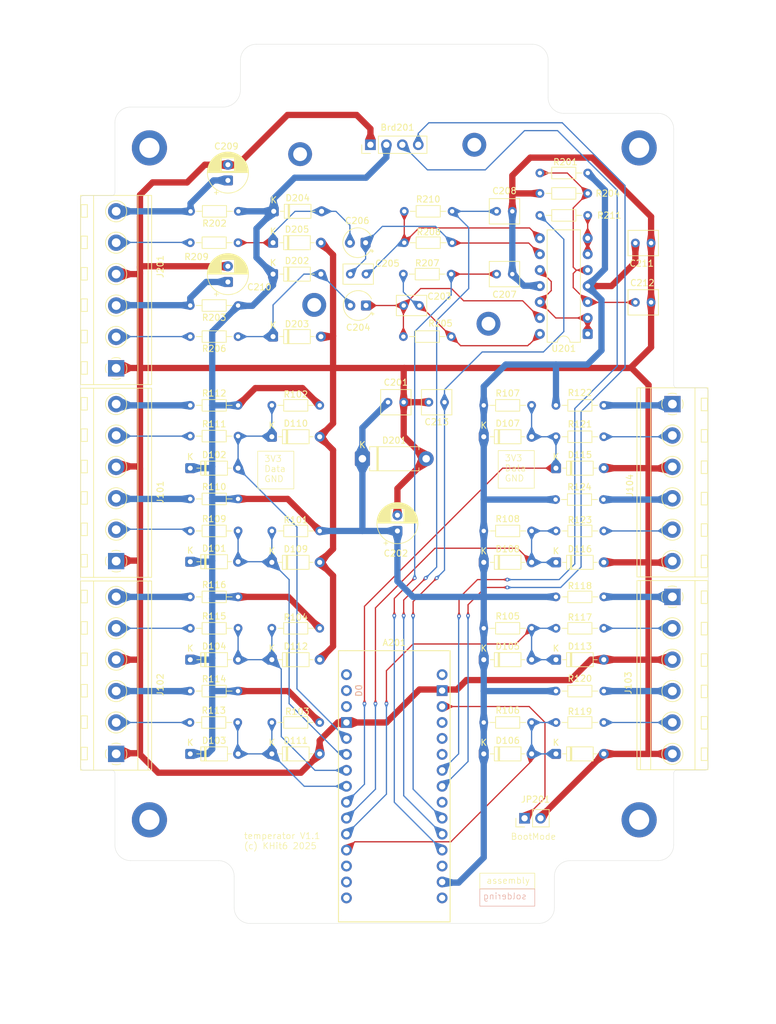
<source format=kicad_pcb>
(kicad_pcb (version 20241229) (generator "pcbnew") (generator_version "9.0")
  (title_block (title "temperator-01") (date "2025-12-10") (rev "1.1") (company "KHit6"))
  (layers (0 "F.Cu" signal) (2 "B.Cu" signal) (13 "F.Paste" user) (15 "B.Paste" user) (5 "F.SilkS" user "F.Silkscreen") (7 "B.SilkS" user "B.Silkscreen") (1 "F.Mask" user) (3 "B.Mask" user) (25 "Edge.Cuts" user))
  (net 0 "")
  (net 1 "ADC1")
  (net 2 "ADC0")
  (net 3 "CH07")
  (net 5 "CH03")
  (net 6 "CH06")
  (net 7 "+3.3V")
  (net 9 "CH02")
  (net 16 "CH04")
  (net 18 "GND")
  (net 20 "Net-(JP201-A)")
  (net 21 "CH05")
  (net 22 "CH01")
  (net 24 "Net-(A201-A5{slash}SCL)")
  (net 27 "CH08")
  (net 28 "Net-(A201-A4{slash}SDA)")
  (net 29 "Net-(D202-A)")
  (net 30 "Net-(U201C--)")
  (net 31 "Net-(C203-Pad1)")
  (net 32 "Net-(D204-A)")
  (net 33 "Net-(U201D--)")
  (net 34 "Net-(C205-Pad1)")
  (net 35 "Net-(J101-Pin_3)")
  (net 36 "Net-(J201-Pin_6)")
  (net 37 "Net-(J201-Pin_3)")
  (net 38 "Net-(J101-Pin_5)")
  (net 39 "Net-(J101-Pin_2)")
  (net 40 "Net-(J102-Pin_2)")
  (net 41 "Net-(J102-Pin_5)")
  (net 42 "Net-(J103-Pin_2)")
  (net 43 "Net-(J103-Pin_5)")
  (net 44 "Net-(J104-Pin_5)")
  (net 45 "Net-(J104-Pin_2)")
  (net 46 "Net-(J201-Pin_5)")
  (net 47 "Net-(J201-Pin_2)")
  (net 48 "Net-(J101-Pin_6)")
  (net 49 "Net-(J102-Pin_3)")
  (net 50 "Net-(J102-Pin_6)")
  (net 51 "Net-(J103-Pin_4)")
  (net 52 "Net-(U201A-+)")
  (net 53 "Net-(U201B--)")
  (net 54 "Net-(U201A--)")
  (net 55 "Net-(J103-Pin_1)")
  (net 56 "Net-(J104-Pin_4)")
  (net 57 "Net-(J104-Pin_1)")
  (net 58 "ADC2")
  (footprint "Resistor_THT:R_Axial_DIN0204_L3.6mm_D1.6mm_P7.62mm_Horizontal" (layer "F.Cu") (at 136.31 105.5 180)
    (property "Reference" "R124")
    (property "Value" "0")
  )
  (footprint "Capacitor_THT:C_Rect_L4.6mm_W3.0mm_P2.50mm_MKS02_FKP02" (layer "F.Cu") (at 98.5 69.6 180)
    (property "Reference" "C205")
    (property "Value" "100nF")
  )
  (footprint "Capacitor_THT:C_Rect_L4.6mm_W3.8mm_P2.50mm_MKS02_FKP02" (layer "F.Cu") (at 119.3 59.6)
    (property "Reference" "C208")
    (property "Value" "100nF")
  )
  (footprint "Diode_THT:D_DO-35_SOD27_P7.62mm_Horizontal" (layer "F.Cu") (at 70.5 131)
    (property "Reference" "D104")
    (property "Value" "BAT42")
  )
  (footprint "Terminals:TerminalBlock_MetzConnect_AST025_1x06_P5.00mm_Horizontal" (layer "F.Cu") (at 147.3 90.3 -90)
    (property "Reference" "J104")
    (property "Value" "MetzConnect AST025")
  )
  (footprint "Diode_THT:D_DO-35_SOD27_P7.62mm_Horizontal" (layer "F.Cu") (at 83.69 69.6)
    (property "Reference" "D202")
    (property "Value" "BAT42")
  )
  (footprint "Diode_THT:D_DO-35_SOD27_P7.62mm_Horizontal" (layer "F.Cu") (at 83.499293 115.499293)
    (property "Reference" "D109")
    (property "Value" "BAT42")
  )
  (footprint "Resistor_THT:R_Axial_DIN0204_L3.6mm_D1.6mm_P7.62mm_Horizontal" (layer "F.Cu") (at 78.12 74.6 180)
    (property "Reference" "R203")
    (property "Value" "100")
  )
  (footprint "Diode_THT:D_DO-35_SOD27_P7.62mm_Horizontal" (layer "F.Cu") (at 117.25 146)
    (property "Reference" "D106")
    (property "Value" "BAT42")
  )
  (footprint "Capacitor_THT:C_Rect_L4.6mm_W3.8mm_P2.50mm_MKS02_FKP02" (layer "F.Cu") (at 141.4 64.65)
    (property "Reference" "C211")
    (property "Value" "100nF")
  )
  (footprint "Capacitor_THT:C_Rect_L4.6mm_W3.8mm_P2.50mm_MKS02_FKP02" (layer "F.Cu") (at 111 90 180)
    (property "Reference" "C213")
    (property "Value" "100nF")
  )
  (footprint "Resistor_THT:R_Axial_DIN0204_L3.6mm_D1.6mm_P7.62mm_Horizontal" (layer "F.Cu") (at 91.12 141 180)
    (property "Reference" "R103")
    (property "Value" "2k7")
  )
  (footprint "Resistor_THT:R_Axial_DIN0204_L3.6mm_D1.6mm_P7.62mm_Horizontal" (layer "F.Cu") (at 136.37 141 180)
    (property "Reference" "R119")
    (property "Value" "100")
  )
  (footprint "Resistor_THT:R_Axial_DIN0204_L3.6mm_D1.6mm_P7.62mm_Horizontal" (layer "F.Cu") (at 78.12 64.6 180)
    (property "Reference" "R209")
    (property "Value" "5.1k")
  )
  (footprint "Terminals:TerminalBlock_MetzConnect_AST025_1x06_P5.00mm_Horizontal" (layer "F.Cu") (at 58.7 146 90)
    (property "Reference" "J102")
    (property "Value" "MetzConnect AST025")
  )
  (footprint "Terminals:TerminalBlock_MetzConnect_AST025_1x06_P5.00mm_Horizontal" (layer "F.Cu") (at 58.7 115.3 90)
    (property "Reference" "J101")
    (property "Value" "MetzConnect AST025")
  )
  (footprint "MountingHole:MountingHole_3.2mm_M3_DIN965_Pad_TopBottom" (layer "F.Cu") (at 64 49.5)
    (property "Reference" "H206")
    (property "Value" "Board")
  )
  (footprint "MountingHole:MountingHole_2.2mm_M2_DIN965_Pad_TopBottom" (layer "F.Cu") (at 115.75 49)
    (property "Reference" "H211")
    (property "Value" "Display")
  )
  (footprint "Terminals:TerminalBlock_MetzConnect_AST025_1x06_P5.00mm_Horizontal" (layer "F.Cu") (at 147.3 121 -90)
    (property "Reference" "J103")
    (property "Value" "MetzConnect AST025")
  )
  (footprint "Diode_THT:D_DO-35_SOD27_P7.62mm_Horizontal" (layer "F.Cu") (at 70.5 100.5)
    (property "Reference" "D102")
    (property "Value" "BAT42")
  )
  (footprint "Resistor_THT:R_Axial_DIN0204_L3.6mm_D1.6mm_P7.62mm_Horizontal" (layer "F.Cu") (at 117.25 90.5)
    (property "Reference" "R107")
    (property "Value" "2k7")
  )
  (footprint "MountingHole:MountingHole_3.2mm_M3_DIN965_Pad_TopBottom" (layer "F.Cu") (at 142 49.5)
    (property "Reference" "H205")
    (property "Value" "Board")
  )
  (footprint "Resistor_THT:R_Axial_DIN0204_L3.6mm_D1.6mm_P7.62mm_Horizontal" (layer "F.Cu") (at 117.25 126)
    (property "Reference" "R105")
    (property "Value" "2k7")
  )
  (footprint "Diode_THT:D_DO-35_SOD27_P7.62mm_Horizontal" (layer "F.Cu") (at 83.69 64.6)
    (property "Reference" "D205")
    (property "Value" "BAT42")
  )
  (footprint "Resistor_THT:R_Axial_DIN0204_L3.6mm_D1.6mm_P7.62mm_Horizontal" (layer "F.Cu") (at 70.49 136)
    (property "Reference" "R114")
    (property "Value" "0")
  )
  (footprint "Resistor_THT:R_Axial_DIN0204_L3.6mm_D1.6mm_P7.62mm_Horizontal" (layer "F.Cu") (at 136.37 136 180)
    (property "Reference" "R120")
    (property "Value" "0")
  )
  (footprint "Diode_THT:D_DO-35_SOD27_P7.62mm_Horizontal" (layer "F.Cu") (at 70.5 146)
    (property "Reference" "D103")
    (property "Value" "BAT42")
  )
  (footprint "Resistor_THT:R_Axial_DIN0204_L3.6mm_D1.6mm_P7.62mm_Horizontal" (layer "F.Cu") (at 70.5 105.4)
    (property "Reference" "R110")
    (property "Value" "0")
  )
  (footprint "Diode_THT:D_DO-35_SOD27_P7.62mm_Horizontal" (layer "F.Cu") (at 83.8 59.6)
    (property "Reference" "D204")
    (property "Value" "BAT42")
  )
  (footprint "Diode_THT:D_DO-35_SOD27_P7.62mm_Horizontal" (layer "F.Cu") (at 83.5 131)
    (property "Reference" "D112")
    (property "Value" "BAT42")
  )
  (footprint "MountingHole:MountingHole_3.2mm_M3_DIN965_Pad_TopBottom" (layer "F.Cu") (at 142 156.5)
    (property "Reference" "H208")
    (property "Value" "Board")
  )
  (footprint "Capacitor_THT:CP_Radial_D6.3mm_P2.50mm" (layer "F.Cu") (at 76.5 54.68238 90)
    (property "Reference" "C209")
    (property "Value" "100u")
  )
  (footprint "Resistor_THT:R_Axial_DIN0204_L3.6mm_D1.6mm_P7.62mm_Horizontal" (layer "F.Cu") (at 126.19 60.25)
    (property "Reference" "R211")
    (property "Value" "100")
  )
  (footprint "Capacitor_THT:CP_Radial_D6.3mm_P2.50mm" (layer "F.Cu") (at 76.5 70.85 90)
    (property "Reference" "C210")
    (property "Value" "100u")
  )
  (footprint "Diode_THT:D_DO-35_SOD27_P7.62mm_Horizontal" (layer "F.Cu") (at 128.75 115.5)
    (property "Reference" "D116")
    (property "Value" "BAT42")
  )
  (footprint "Resistor_THT:R_Axial_DIN0204_L3.6mm_D1.6mm_P7.62mm_Horizontal" (layer "F.Cu") (at 70.5 90.5)
    (property "Reference" "R112")
    (property "Value" "0")
  )
  (footprint "MountingHole:MountingHole_2.2mm_M2_DIN965_Pad_TopBottom" (layer "F.Cu") (at 88 50.5)
    (property "Reference" "H210")
    (property "Value" "Display")
  )
  (footprint "Resistor_THT:R_Axial_DIN0204_L3.6mm_D1.6mm_P7.62mm_Horizontal" (layer "F.Cu") (at 70.44 141)
    (property "Reference" "R113")
    (property "Value" "100")
  )
  (footprint "Diode_THT:D_DO-35_SOD27_P7.62mm_Horizontal" (layer "F.Cu") (at 128.75 100.5)
    (property "Reference" "D115")
    (property "Value" "BAT42")
  )
  (footprint "Diode_THT:D_DO-15_P10.16mm_Horizontal" (layer "F.Cu") (at 97.92 99)
    (property "Reference" "D201")
    (property "Value" "3V6")
  )
  (footprint "Diode_THT:D_DO-35_SOD27_P7.62mm_Horizontal" (layer "F.Cu") (at 117.25 115.5)
    (property "Reference" "D108")
    (property "Value" "BAT42")
  )
  (footprint "Resistor_THT:R_Axial_DIN0204_L3.6mm_D1.6mm_P7.62mm_Horizontal" (layer "F.Cu") (at 136.37 121 180)
    (property "Reference" "R118")
    (property "Value" "0")
  )
  (footprint "Resistor_THT:R_Axial_DIN0204_L3.6mm_D1.6mm_P7.62mm_Horizontal" (layer "F.Cu") (at 70.5 121)
    (property "Reference" "R116")
    (property "Value" "0")
  )
  (footprint "Resistor_THT:R_Axial_DIN0204_L3.6mm_D1.6mm_P7.62mm_Horizontal" (layer "F.Cu") (at 104.59 64.6)
    (property "Reference" "R208")
    (property "Value" "18k")
  )
  (footprint "Diode_THT:D_DO-35_SOD27_P7.62mm_Horizontal" (layer "F.Cu") (at 83.69 79.55)
    (property "Reference" "D203")
    (property "Value" "BAT42")
  )
  (footprint "Capacitor_THT:C_Rect_L4.6mm_W3.8mm_P2.50mm_MKS02_FKP02" (layer "F.Cu") (at 141.4 74.1)
    (property "Reference" "C212")
    (property "Value" "100nF")
  )
  (footprint "Resistor_THT:R_Axial_DIN0204_L3.6mm_D1.6mm_P7.62mm_Horizontal" (layer "F.Cu") (at 133.81 56.75 180)
    (property "Reference" "R204")
    (property "Value" "1k8")
  )
  (footprint "Package_DIP:DIP-14_W7.62mm" (layer "F.Cu") (at 133.8 79.125 180)
    (property "Reference" "U201")
    (property "Value" "MCP6004")
  )
  (footprint "arduino-library:Arduino_Nano_ESP32_Socket" (layer "F.Cu") (at 103 172.75)
    (property "Reference" "A201")
    (property "Value" "Arduino_Nano_ESP32_Socket")
  )
  (footprint "Diode_THT:D_DO-35_SOD27_P7.62mm_Horizontal" (layer "F.Cu") (at 128.75 146)
    (property "Reference" "D114" (hide yes))
    (property "Value" "BAT42")
  )
  (footprint "Resistor_THT:R_Axial_DIN0204_L3.6mm_D1.6mm_P7.62mm_Horizontal" (layer "F.Cu") (at 70.5 95.4)
    (property "Reference" "R111")
    (property "Value" "100")
  )
  (footprint "Resistor_THT:R_Axial_DIN0204_L3.6mm_D1.6mm_P7.62mm_Horizontal" (layer "F.Cu") (at 91.12 90.5 180)
    (property "Reference" "R102")
    (property "Value" "2k7")
  )
  (footprint "Capacitor_THT:CP_Radial_D6.3mm_P2.50mm" (layer "F.Cu") (at 103.5 110.5 90)
    (property "Reference" "C202")
    (property "Value" "100u")
  )
  (footprint "Resistor_THT:R_Axial_DIN0204_L3.6mm_D1.6mm_P7.62mm_Horizontal" (layer "F.Cu") (at 91.12 110.5 180)
    (property "Reference" "R101")
    (property "Value" "2k7")
  )
  (footprint "Diode_THT:D_DO-35_SOD27_P7.62mm_Horizontal" (layer "F.Cu") (at 117.25 131)
    (property "Reference" "D105")
    (property "Value" "BAT42")
  )
  (footprint "Resistor_THT:R_Axial_DIN0204_L3.6mm_D1.6mm_P7.62mm_Horizontal" (layer "F.Cu") (at 104.59 59.6)
    (property "Reference" "R210")
    (property "Value" "100")
  )
  (footprint "Resistor_THT:R_Axial_DIN0204_L3.6mm_D1.6mm_P7.62mm_Horizontal" (layer "F.Cu") (at 70.5 110.5)
    (property "Reference" "R109")
    (property "Value" "100")
  )
  (footprint "Resistor_THT:R_Axial_DIN0204_L3.6mm_D1.6mm_P7.62mm_Horizontal" (layer "F.Cu") (at 136.37 90.5 180)
    (property "Reference" "R122")
    (property "Value" "0")
  )
  (footprint "Capacitor_THT:C_Rect_L4.6mm_W3.8mm_P2.50mm_MKS02_FKP02" (layer "F.Cu") (at 119.3 69.6)
    (property "Reference" "C207")
    (property "Value" "100nF")
  )
  (footprint "Capacitor_THT:C_Rect_L4.6mm_W3.0mm_P2.50mm_MKS02_FKP02" (layer "F.Cu") (at 107 74.6 180)
    (property "Reference" "C203")
    (property "Value" "100nF")
  )
  (footprint "Resistor_THT:R_Axial_DIN0204_L3.6mm_D1.6mm_P7.62mm_Horizontal" (layer "F.Cu") (at 133.81 53.5 180)
    (property "Reference" "R201")
    (property "Value" "10k")
  )
  (footprint "Capacitor_THT:CP_Radial_Tantal_D4.5mm_P2.50mm" (layer "F.Cu") (at 98.5 74.6 180)
    (property "Reference" "C204")
    (property "Value" "3u3")
  )
  (footprint "Resistor_THT:R_Axial_DIN0204_L3.6mm_D1.6mm_P7.62mm_Horizontal" (layer "F.Cu") (at 91.12 126 180)
    (property "Reference" "R104")
    (property "Value" "2k7")
  )
  (footprint "Resistor_THT:R_Axial_DIN0204_L3.6mm_D1.6mm_P7.62mm_Horizontal" (layer "F.Cu") (at 70.5 126)
    (property "Reference" "R115")
    (property "Value" "100")
  )
  (footprint "Diode_THT:D_DO-35_SOD27_P7.62mm_Horizontal" (layer "F.Cu") (at 117.25 95.5)
    (property "Reference" "D107")
    (property "Value" "BAT42")
  )
  (footprint "Resistor_THT:R_Axial_DIN0204_L3.6mm_D1.6mm_P7.62mm_Horizontal" (layer "F.Cu") (at 112.07 79.55 180)
    (property "Reference" "R205")
    (property "Value" "18k")
  )
  (footprint "Capacitor_THT:C_Rect_L4.6mm_W3.8mm_P2.50mm_MKS02_FKP02" (layer "F.Cu") (at 102 90)
    (property "Reference" "C201")
    (property "Value" "100nF")
  )
  (footprint "Connector_PinHeader_2.54mm:PinHeader_1x02_P2.54mm_Vertical" (layer "F.Cu") (at 123.75 156.25 90)
    (property "Reference" "JP201")
    (property "Value" "BOOTMODE")
  )
  (footprint "Diode_THT:D_DO-35_SOD27_P7.62mm_Horizontal" (layer "F.Cu") (at 70.5 115.4)
    (property "Reference" "D101")
    (property "Value" "BAT42")
  )
  (footprint "Resistor_THT:R_Axial_DIN0204_L3.6mm_D1.6mm_P7.62mm_Horizontal" (layer "F.Cu") (at 104.44 69.6)
    (property "Reference" "R207")
    (property "Value" "100")
  )
  (footprint "Terminals:TerminalBlock_MetzConnect_AST025_1x06_P5.00mm_Horizontal" (layer "F.Cu") (at 58.7 84.6 90)
    (property "Reference" "J201")
    (property "Value" "MetzConnect AST025")
  )
  (footprint "Capacitor_THT:CP_Radial_Tantal_D4.5mm_P2.50mm" (layer "F.Cu") (at 98.428856 64.6 180)
    (property "Reference" "C206")
    (property "Value" "3u3")
  )
  (footprint "Connector_PinHeader_2.54mm:PinHeader_1x04_P2.54mm_Vertical" (layer "F.Cu") (at 99.2 49 90)
    (property "Reference" "Brd201")
    (property "Value" "SSD1306/SH1106")
  )
  (footprint "Resistor_THT:R_Axial_DIN0204_L3.6mm_D1.6mm_P7.62mm_Horizontal" (layer "F.Cu") (at 136.37 95.5 180)
    (property "Reference" "R121")
    (property "Value" "100")
  )
  (footprint "Diode_THT:D_DO-35_SOD27_P7.62mm_Horizontal" (layer "F.Cu") (at 128.75 131)
    (property "Reference" "D113")
    (property "Value" "BAT42")
  )
  (footprint "MountingHole:MountingHole_2.2mm_M2_DIN965_Pad_TopBottom" (layer "F.Cu") (at 90.25 74.5)
    (property "Reference" "H212")
    (property "Value" "Display")
  )
  (footprint "Resistor_THT:R_Axial_DIN0204_L3.6mm_D1.6mm_P7.62mm_Horizontal" (layer "F.Cu") (at 78.17 59.6 180)
    (property "Reference" "R202")
    (property "Value" "100")
  )
  (footprint "MountingHole:MountingHole_2.2mm_M2_DIN965_Pad_TopBottom" (layer "F.Cu") (at 118 77.5)
    (property "Reference" "H213")
    (property "Value" "Display")
  )
  (footprint "MountingHole:MountingHole_3.2mm_M3_DIN965_Pad_TopBottom" (layer "F.Cu") (at 64 156.5)
    (property "Reference" "H207")
    (property "Value" "Board")
  )
  (footprint "Resistor_THT:R_Axial_DIN0204_L3.6mm_D1.6mm_P7.62mm_Horizontal" (layer "F.Cu") (at 78.12 79.55 180)
    (property "Reference" "R206")
    (property "Value" "5.1k")
  )
  (footprint "Resistor_THT:R_Axial_DIN0204_L3.6mm_D1.6mm_P7.62mm_Horizontal" (layer "F.Cu") (at 117.25 141)
    (property "Reference" "R106")
    (property "Value" "2k7")
  )
  (footprint "Resistor_THT:R_Axial_DIN0204_L3.6mm_D1.6mm_P7.62mm_Horizontal" (layer "F.Cu") (at 136.37 110.5 180)
    (property "Reference" "R123")
    (property "Value" "100")
  )
  (footprint "Resistor_THT:R_Axial_DIN0204_L3.6mm_D1.6mm_P7.62mm_Horizontal" (layer "F.Cu") (at 117.25 110.5)
    (property "Reference" "R108")
    (property "Value" "2k7")
  )
  (footprint "Diode_THT:D_DO-35_SOD27_P7.62mm_Horizontal" (layer "F.Cu") (at 83.5 146)
    (property "Reference" "D111")
    (property "Value" "BAT42")
  )
  (footprint "Diode_THT:D_DO-35_SOD27_P7.62mm_Horizontal" (layer "F.Cu") (at 83.5 95.5)
    (property "Reference" "D110")
    (property "Value" "BAT42")
  )
  (footprint "Resistor_THT:R_Axial_DIN0204_L3.6mm_D1.6mm_P7.62mm_Horizontal" (layer "F.Cu") (at 136.37 126 180)
    (property "Reference" "R117")
    (property "Value" "100")
  )
  (gr_rect (start 119.55 97.7) (end 125.3 103.7) (stroke (width 0.1)) (fill no) (layer "F.SilkS"))
  (gr_rect (start 81.25 97.8) (end 87 103.8) (stroke (width 0.1)) (fill no) (layer "F.SilkS"))
  (gr_rect (start 116.625 165) (end 125.375 167.5) (stroke (width 0.1)) (fill no) (layer "F.SilkS"))
  (gr_rect (start 116.625 167.5) (end 125.375 170.25) (stroke (width 0.1)) (fill no) (layer "B.SilkS"))
  (gr_arc (start 148 87.7) (mid 147.646447 87.553553) (end 147.5 87.2) (stroke (width 0.05)) (layer "Edge.Cuts"))
  (gr_line (start 127.5 35.5) (end 127.5 41.5) (stroke (width 0.05)) (layer "Edge.Cuts"))
  (gr_arc (start 147.5 149.1) (mid 147.646447 148.746447) (end 148 148.6) (stroke (width 0.05)) (layer "Edge.Cuts"))
  (gr_arc (start 78.5 40.232233) (mid 77.68934 42.18934) (end 75.732233 43) (stroke (width 0.05)) (layer "Edge.Cuts"))
  (gr_line (start 75.732233 43) (end 61 43) (stroke (width 0.05)) (layer "Edge.Cuts"))
  (gr_arc (start 75 163) (mid 76.767767 163.732233) (end 77.5 165.5) (stroke (width 0.05)) (layer "Edge.Cuts"))
  (gr_line (start 77.5 165.5) (end 77.5 170.5) (stroke (width 0.05)) (layer "Edge.Cuts"))
  (gr_arc (start 145 44) (mid 146.767767 44.732233) (end 147.5 46.5) (stroke (width 0.05)) (layer "Edge.Cuts"))
  (gr_line (start 58.5 45.5) (end 58.5 56.6) (stroke (width 0.05)) (layer "Edge.Cuts"))
  (gr_arc (start 58.5 56.6) (mid 58.353553 56.953553) (end 58 57.1) (stroke (width 0.05)) (layer "Edge.Cuts"))
  (gr_arc (start 153 148.1) (mid 152.853553 148.453553) (end 152.5 148.6) (stroke (width 0.05)) (layer "Edge.Cuts"))
  (gr_arc (start 152.5 87.7) (mid 152.853553 87.846447) (end 153 88.2) (stroke (width 0.05)) (layer "Edge.Cuts"))
  (gr_arc (start 58 148.6) (mid 58.353553 148.746447) (end 58.5 149.1) (stroke (width 0.05)) (layer "Edge.Cuts"))
  (gr_line (start 147.5 160.5) (end 147.5 149.1) (stroke (width 0.05)) (layer "Edge.Cuts"))
  (gr_line (start 126 173) (end 80 173) (stroke (width 0.05)) (layer "Edge.Cuts"))
  (gr_line (start 53.5 148.6) (end 58 148.6) (stroke (width 0.05)) (layer "Edge.Cuts"))
  (gr_line (start 53 57.6) (end 53 148.1) (stroke (width 0.05)) (layer "Edge.Cuts"))
  (gr_arc (start 78.5 35.5) (mid 79.232233 33.732233) (end 81 33) (stroke (width 0.05)) (layer "Edge.Cuts"))
  (gr_arc (start 128.5 165.5) (mid 129.232233 163.732233) (end 131 163) (stroke (width 0.05)) (layer "Edge.Cuts"))
  (gr_arc (start 53 57.6) (mid 53.146447 57.246447) (end 53.5 57.1) (stroke (width 0.05)) (layer "Edge.Cuts"))
  (gr_arc (start 128.5 170.5) (mid 127.767767 172.267767) (end 126 173) (stroke (width 0.05)) (layer "Edge.Cuts"))
  (gr_line (start 58 57.1) (end 53.5 57.1) (stroke (width 0.05)) (layer "Edge.Cuts"))
  (gr_arc (start 125 33) (mid 126.767767 33.732233) (end 127.5 35.5) (stroke (width 0.05)) (layer "Edge.Cuts"))
  (gr_arc (start 147.5 160.5) (mid 146.767767 162.267767) (end 145 163) (stroke (width 0.05)) (layer "Edge.Cuts"))
  (gr_line (start 130 44) (end 145 44) (stroke (width 0.05)) (layer "Edge.Cuts"))
  (gr_line (start 128.5 165.5) (end 128.5 170.5) (stroke (width 0.05)) (layer "Edge.Cuts"))
  (gr_arc (start 80 173) (mid 78.232233 172.267767) (end 77.5 170.5) (stroke (width 0.05)) (layer "Edge.Cuts"))
  (gr_arc (start 130 44) (mid 128.232233 43.267767) (end 127.5 41.5) (stroke (width 0.05)) (layer "Edge.Cuts"))
  (gr_line (start 145 163) (end 131 163) (stroke (width 0.05)) (layer "Edge.Cuts"))
  (gr_line (start 61 163) (end 75 163) (stroke (width 0.05)) (layer "Edge.Cuts"))
  (gr_line (start 152.5 148.6) (end 148 148.6) (stroke (width 0.05)) (layer "Edge.Cuts"))
  (gr_arc (start 53.5 148.6) (mid 53.146447 148.453553) (end 53 148.1) (stroke (width 0.05)) (layer "Edge.Cuts"))
  (gr_arc (start 58.5 45.5) (mid 59.232233 43.732233) (end 61 43) (stroke (width 0.05)) (layer "Edge.Cuts"))
  (gr_arc (start 61 163) (mid 59.232233 162.267767) (end 58.5 160.5) (stroke (width 0.05)) (layer "Edge.Cuts"))
  (gr_line (start 78.5 35.5) (end 78.5 40.232233) (stroke (width 0.05)) (layer "Edge.Cuts"))
  (gr_line (start 58.5 149.1) (end 58.5 160.5) (stroke (width 0.05)) (layer "Edge.Cuts"))
  (gr_line (start 153 88.2) (end 153 148.1) (stroke (width 0.05)) (layer "Edge.Cuts"))
  (gr_line (start 81 33) (end 125 33) (stroke (width 0.05)) (layer "Edge.Cuts"))
  (gr_line (start 147.5 87.2) (end 147.5 46.5) (stroke (width 0.05)) (layer "Edge.Cuts"))
  (gr_line (start 148 87.7) (end 152.5 87.7) (stroke (width 0.05)) (layer "Edge.Cuts"))
  (gr_text "assembly" (at 117.625 166.75 0) (layer "F.SilkS") (effects (font (size 1 1) (thickness 0.1)) (justify left bottom)))
  (gr_text "3V3\nData\nGND" (at 82.25 102.8 0) (layer "F.SilkS") (effects (font (size 1 1) (thickness 0.1)) (justify left bottom)))
  (gr_text "3V3\nData\nGND" (at 120.55 102.7 0) (layer "F.SilkS") (effects (font (size 1 1) (thickness 0.1)) (justify left bottom)))
  (gr_text "temperator V1.1\n(c) KHit6 2025" (at 79 161.25 0) (layer "F.SilkS") (effects (font (size 1 1) (thickness 0.1)) (justify left bottom)))
  (gr_text "BootMode" (at 121.5 159.75 0) (layer "F.SilkS") (effects (font (size 1 1) (thickness 0.1)) (justify left bottom)))
  (gr_text "soldering" (at 124.125 169.25 0) (layer "B.SilkS") (effects (font (size 1 1) (thickness 0.1)) (justify left bottom mirror)))
  (segment (start 119.3 69.6) (end 112.06 69.6) (width 0.2) (layer "F.Cu") (net 1))
  (segment (start 106.25 118) (end 103 121.25) (width 0.2) (layer "F.Cu") (net 1))
  (segment (start 103 121.25) (end 103 124) (width 0.2) (layer "F.Cu") (net 1))
  (via (at 106.25 118) (size 0.6) (drill 0.3) (layers "F.Cu" "B.Cu") (net 1))
  (via (at 103 124) (size 0.6) (drill 0.3) (layers "F.Cu" "B.Cu") (net 1))
  (segment (start 103 153.7) (end 103 124) (width 0.2) (layer "B.Cu") (net 1))
  (segment (start 106.25 78.75) (end 112.06 72.94) (width 0.2) (layer "B.Cu") (net 1))
  (segment (start 112.06 69.6) (end 112.06 72.94) (width 0.2) (layer "B.Cu") (net 1))
  (segment (start 110.62 161.32) (end 103 153.7) (width 0.2) (layer "B.Cu") (net 1))
  (segment (start 106.25 118) (end 106.25 78.75) (width 0.2) (layer "B.Cu") (net 1))
  (segment (start 104.5 121.5) (end 104.5 124) (width 0.2) (layer "F.Cu") (net 2))
  (segment (start 108 118) (end 104.5 121.5) (width 0.2) (layer "F.Cu") (net 2))
  (via (at 104.5 124) (size 0.6) (drill 0.3) (layers "F.Cu" "B.Cu") (net 2))
  (via (at 108 118) (size 0.6) (drill 0.3) (layers "F.Cu" "B.Cu") (net 2))
  (segment (start 109.75 116.25) (end 109.75 77) (width 0.2) (layer "B.Cu") (net 2))
  (segment (start 114.85 71.9) (end 114.85 62.19) (width 0.2) (layer "B.Cu") (net 2))
  (segment (start 110.62 158.78) (end 104.5 152.66) (width 0.2) (layer "B.Cu") (net 2))
  (segment (start 104.5 152.66) (end 104.5 124) (width 0.2) (layer "B.Cu") (net 2))
  (segment (start 119.3 59.6) (end 112.21 59.6) (width 0.2) (layer "B.Cu") (net 2))
  (segment (start 108 118) (end 109.75 116.25) (width 0.2) (layer "B.Cu") (net 2))
  (segment (start 114.85 62.19) (end 112.21 59.55) (width 0.2) (layer "B.Cu") (net 2))
  (segment (start 109.75 77) (end 114.85 71.9) (width 0.2) (layer "B.Cu") (net 2))
  (segment (start 120.25 100.5) (end 98.25 122.5) (width 0.2) (layer "F.Cu") (net 3))
  (segment (start 98.25 122.5) (end 98.25 138) (width 0.2) (layer "F.Cu") (net 3))
  (segment (start 128.75 100.5) (end 120.25 100.5) (width 0.2) (layer "F.Cu") (net 3))
  (via (at 98.25 138) (size 0.6) (drill 0.3) (layers "F.Cu" "B.Cu") (net 3))
  (segment (start 98.25 138) (end 98.25 150.83) (width 0.2) (layer "B.Cu") (net 3))
  (segment (start 128.75 95.5) (end 128.75 100.5) (width 0.2) (layer "B.Cu") (net 3))
  (segment (start 98.25 150.83) (end 95.38 153.7) (width 0.2) (layer "B.Cu") (net 3))
  (segment (start 124.87 95.5) (end 124.87 90.5) (width 0.2) (layer "B.Cu") (net 3))
  (segment (start 128.75 95.5) (end 124.87 95.5) (width 0.2) (layer "B.Cu") (net 3))
  (segment (start 88.66 151.16) (end 83.5 146) (width 0.2) (layer "B.Cu") (net 5))
  (segment (start 95.38 151.16) (end 88.66 151.16) (width 0.2) (layer "B.Cu") (net 5))
  (segment (start 78.12 146) (end 83.5 146) (width 0.2) (layer "B.Cu") (net 5))
  (segment (start 78.06 141) (end 78.06 145.94) (width 0.2) (layer "B.Cu") (net 5))
  (segment (start 83.5 146) (end 83.5 141) (width 0.2) (layer "B.Cu") (net 5))
  (segment (start 124.87 147.13137) (end 112.00137 160) (width 0.2) (layer "F.Cu") (net 6))
  (segment (start 96.7 160) (end 95.38 161.32) (width 0.2) (layer "F.Cu") (net 6))
  (segment (start 112.00137 160) (end 96.7 160) (width 0.2) (layer "F.Cu") (net 6))
  (segment (start 124.87 146) (end 124.87 147.13137) (width 0.2) (layer "F.Cu") (net 6))
  (segment (start 124.87 146) (end 128.75 146) (width 0.2) (layer "B.Cu") (net 6))
  (segment (start 124.87 141) (end 124.87 146) (width 0.2) (layer "B.Cu") (net 6))
  (segment (start 128.75 141) (end 124.87 141) (width 0.2) (layer "B.Cu") (net 6))
  (segment (start 78.11 136) (end 86.12 136) (width 1) (layer "F.Cu") (net 7))
  (segment (start 137.595 71.505) (end 133.8 71.505) (width 1) (layer "F.Cu") (net 7))
  (segment (start 78.12 105.4) (end 86.02 105.4) (width 1) (layer "F.Cu") (net 7))
  (segment (start 78.12 121) (end 86.12 121) (width 1) (layer "F.Cu") (net 7))
  (segment (start 80.87 87.75) (end 88.37 87.75) (width 1) (layer "F.Cu") (net 7))
  (segment (start 86.12 121) (end 91.12 126) (width 1) (layer "F.Cu") (net 7))
  (segment (start 141.4 67.7) (end 137.595 71.505) (width 1) (layer "F.Cu") (net 7))
  (segment (start 86.02 105.4) (end 91.12 110.5) (width 1) (layer "F.Cu") (net 7))
  (segment (start 88.37 87.75) (end 91.12 90.5) (width 1) (layer "F.Cu") (net 7))
  (segment (start 86.12 136) (end 91.12 141) (width 1) (layer "F.Cu") (net 7))
  (segment (start 141.4 64.65) (end 141.4 67.7) (width 1) (layer "F.Cu") (net 7))
  (segment (start 78.12 90.5) (end 80.87 87.75) (width 1) (layer "F.Cu") (net 7))
  (segment (start 81.05 66.96) (end 83.69 69.6) (width 1) (layer "B.Cu") (net 7))
  (segment (start 74.15 105.4) (end 74 105.25) (width 1) (layer "B.Cu") (net 7))
  (segment (start 136.55 56.24) (end 136.55 68.755) (width 1) (layer "B.Cu") (net 7))
  (segment (start 117.25 115.5) (end 117.25 110.5) (width 1) (layer "B.Cu") (net 7))
  (segment (start 117.25 141) (end 117.25 136) (width 1) (layer "B.Cu") (net 7))
  (segment (start 128.69 105.5) (end 117.25 105.5) (width 1) (layer "B.Cu") (net 7))
  (segment (start 80.4 74.65) (end 78.12 74.65) (width 1) (layer "B.Cu") (net 7))
  (segment (start 128.75 84) (end 133.75 84) (width 1) (layer "B.Cu") (net 7))
  (segment (start 117.25 110.5) (end 117.25 105.5) (width 1) (layer "B.Cu") (net 7))
  (segment (start 97.92 110.5) (end 97.92 99) (width 1) (layer "B.Cu") (net 7))
  (segment (start 73.75 100.5) (end 74 100.25) (width 1) (layer "B.Cu") (net 7))
  (segment (start 83.69 71.36) (end 80.4 74.65) (width 1) (layer "B.Cu") (net 7))
  (segment (start 117.25 146) (end 117.25 162.5) (width 1) (layer "B.Cu") (net 7))
  (segment (start 117.25 136) (end 117.25 131) (width 1) (layer "B.Cu") (net 7))
  (segment (start 74 105.25) (end 74 100.25) (width 1) (layer "B.Cu") (net 7))
  (segment (start 120.75 84) (end 128.75 84) (width 1) (layer "B.Cu") (net 7))
  (segment (start 70.5 146) (end 73.25 146) (width 1) (layer "B.Cu") (net 7))
  (segment (start 83.8 59.6) (end 83.8 57.575) (width 1) (layer "B.Cu") (net 7))
  (segment (start 83.69 69.6) (end 83.69 71.36) (width 1) (layer "B.Cu") (net 7))
  (segment (start 117.25 131) (end 117.25 126) (width 1) (layer "B.Cu") (net 7))
  (segment (start 101.74 51.01) (end 101.74 49) (width 1) (layer "B.Cu") (net 7))
  (segment (start 117.25 146) (end 117.25 141) (width 1) (layer "B.Cu") (net 7))
  (segment (start 97.92 99) (end 97.92 94.08) (width 1) (layer "B.Cu") (net 7))
  (segment (start 133.81 53.5) (end 136.55 56.24) (width 1) (layer "B.Cu") (net 7))
  (segment (start 133.75 84) (end 136 81.75) (width 1) (layer "B.Cu") (net 7))
  (segment (start 117.25 162.5) (end 113.25 166.5) (width 1) (layer "B.Cu") (net 7))
  (segment (start 78.12 90.5) (end 74 90.5) (width 1) (layer "B.Cu") (net 7))
  (segment (start 74 130.75) (end 74 121.25) (width 1) (layer "B.Cu") (net 7))
  (segment (start 83.8 59.6) (end 78.17 59.6) (width 1) (layer "B.Cu") (net 7))
  (segment (start 70.5 100.5) (end 73.75 100.5) (width 1) (layer "B.Cu") (net 7))
  (segment (start 117.25 87.5) (end 120.75 84) (width 1) (layer "B.Cu") (net 7))
  (segment (start 74 100.25) (end 74 90.5) (width 1) (layer "B.Cu") (net 7))
  (segment (start 117.25 95.5) (end 117.25 90.5) (width 1) (layer "B.Cu") (net 7))
  (segment (start 136 73.705) (end 133.8 71.505) (width 1) (layer "B.Cu") (net 7))
  (segment (start 73.85 115.4) (end 74 115.25) (width 1) (layer "B.Cu") (net 7))
  (segment (start 87.125 54.25) (end 98.5 54.25) (width 1) (layer "B.Cu") (net 7))
  (segment (start 98.5 54.25) (end 101.74 51.01) (width 1) (layer "B.Cu") (net 7))
  (segment (start 74 145.25) (end 74 136) (width 1) (layer "B.Cu") (net 7))
  (segment (start 83.8 57.575) (end 87.125 54.25) (width 1) (layer "B.Cu") (net 7))
  (segment (start 91.12 110.5) (end 97.92 110.5) (width 1) (layer "B.Cu") (net 7))
  (segment (start 70.5 115.4) (end 73.85 115.4) (width 1) (layer "B.Cu") (net 7))
  (segment (start 78.12 105.4) (end 74.15 105.4) (width 1) (layer "B.Cu") (net 7))
  (segment (start 136 81.75) (end 136 73.705) (width 1) (layer "B.Cu") (net 7))
  (segment (start 97.92 94.08) (end 102 90) (width 1) (layer "B.Cu") (net 7))
  (segment (start 70.5 131) (end 73.75 131) (width 1) (layer "B.Cu") (net 7))
  (segment (start 103.5 118.5) (end 103.5 110.5) (width 1) (layer "B.Cu") (net 7))
  (segment (start 117.25 90.5) (end 117.25 87.5) (width 1) (layer "B.Cu") (net 7))
  (segment (start 106 121) (end 103.5 118.5) (width 1) (layer "B.Cu") (net 7))
  (segment (start 117.25 105.5) (end 117.25 95.5) (width 1) (layer "B.Cu") (net 7))
  (segment (start 74 78.77) (end 74 90.5) (width 1) (layer "B.Cu") (net 7))
  (segment (start 117.25 126) (end 117.25 115.5) (width 1) (layer "B.Cu") (net 7))
  (segment (start 83.8 59.6) (end 81.05 62.35) (width 1) (layer "B.Cu") (net 7))
  (segment (start 78.12 121) (end 74.25 121) (width 1) (layer "B.Cu") (net 7))
  (segment (start 74 136) (end 74 130.75) (width 1) (layer "B.Cu") (net 7))
  (segment (start 128.75 121) (end 106 121) (width 1) (layer "B.Cu") (net 7))
  (segment (start 74.25 121) (end 74 121.25) (width 1) (layer "B.Cu") (net 7))
  (segment (start 78.12 74.65) (end 74 78.77) (width 1) (layer "B.Cu") (net 7))
  (segment (start 81.05 62.35) (end 81.05 66.96) (width 1) (layer "B.Cu") (net 7))
  (segment (start 73.75 131) (end 74 130.75) (width 1) (layer "B.Cu") (net 7))
  (segment (start 128.75 90.5) (end 128.75 84) (width 1) (layer "B.Cu") (net 7))
  (segment (start 74 115.25) (end 74 105.25) (width 1) (layer "B.Cu") (net 7))
  (segment (start 103.5 110.5) (end 97.92 110.5) (width 1) (layer "B.Cu") (net 7))
  (segment (start 73.25 146) (end 74 145.25) (width 1) (layer "B.Cu") (net 7))
  (segment (start 78.11 136) (end 74 136) (width 1) (layer "B.Cu") (net 7))
  (segment (start 128.75 136) (end 117.25 136) (width 1) (layer "B.Cu") (net 7))
  (segment (start 136.55 68.755) (end 133.8 71.505) (width 1) (layer "B.Cu") (net 7))
  (segment (start 113.25 166.5) (end 110.698 166.5) (width 1) (layer "B.Cu") (net 7))
  (segment (start 74 121.25) (end 74 115.25) (width 1) (layer "B.Cu") (net 7))
  (segment (start 83.5 90.5) (end 83.5 95.5) (width 0.2) (layer "B.Cu") (net 9))
  (segment (start 78.12 95.4) (end 83.4 95.4) (width 0.2) (layer "B.Cu") (net 9))
  (segment (start 87.5 109.88) (end 78.12 100.5) (width 0.2) (layer "B.Cu") (net 9))
  (segment (start 95.38 143.54) (end 87.5 135.66) (width 0.2) (layer "B.Cu") (net 9))
  (segment (start 78.12 95.4) (end 78.12 100.5) (width 0.2) (layer "B.Cu") (net 9))
  (segment (start 87.5 135.66) (end 87.5 109.88) (width 0.2) (layer "B.Cu") (net 9))
  (segment (start 83.5 126) (end 83.5 131) (width 0.2) (layer "B.Cu") (net 16))
  (segment (start 83.5 131) (end 85 132.5) (width 0.2) (layer "B.Cu") (net 16))
  (segment (start 78.12 126) (end 78.12 131) (width 0.2) (layer "B.Cu") (net 16))
  (segment (start 85 132.5) (end 85 143.25) (width 0.2) (layer "B.Cu") (net 16))
  (segment (start 90.37 148.62) (end 95.38 148.62) (width 0.2) (layer "B.Cu") (net 16))
  (segment (start 78.12 131) (end 83.5 131) (width 0.2) (layer "B.Cu") (net 16))
  (segment (start 85 143.25) (end 90.37 148.62) (width 0.2) (layer "B.Cu") (net 16))
  (segment (start 64.5 55) (end 70 55) (width 1) (layer "F.Cu") (net 18))
  (segment (start 114.5 134.25) (end 113 135.75) (width 1) (layer "F.Cu") (net 18))
  (segment (start 62.4 146) (end 62.5 145.9) (width 1) (layer "F.Cu") (net 18))
  (segment (start 62.4 69.6) (end 62.5 69.5) (width 1) (layer "F.Cu") (net 18))
  (segment (start 91.12 95.5) (end 93.25 93.37) (width 1) (layer "F.Cu") (net 18))
  (segment (start 78.06762 52.18238) (end 86 44.25) (width 1) (layer "F.Cu") (net 18))
  (segment (start 76.5 68.35) (end 62.65 68.35) (width 1) (layer "F.Cu") (net 18))
  (segment (start 93.25 93.37) (end 93.25 84.55) (width 1) (layer "F.Cu") (net 18))
  (segment (start 113 135.75) (end 107 135.75) (width 1) (layer "F.Cu") (net 18))
  (segment (start 91.12 146) (end 88.12 149) (width 1) (layer "F.Cu") (net 18))
  (segment (start 91.12 143.88) (end 91.12 146) (width 1) (layer "F.Cu") (net 18))
  (segment (start 104.5 90) (end 108.5 90) (width 1) (layer "F.Cu") (net 18))
  (segment (start 121.8 59.6) (end 121.8 56.8) (width 1) (layer "F.Cu") (net 18))
  (segment (start 62.425 115.225) (end 62.5 115.3) (width 1) (layer "F.Cu") (net 18))
  (segment (start 136.37 146) (end 147.303 146) (width 1) (layer "F.Cu") (net 18))
  (segment (start 97 44.25) (end 86 44.25) (width 1) (layer "F.Cu") (net 18))
  (segment (start 143.5 115.75) (end 143.5 100.5) (width 1) (layer "F.Cu") (net 18))
  (segment (start 143.9 74.1) (end 143.9 81.25) (width 1) (layer "F.Cu") (net 18))
  (segment (start 107 135.75) (end 101.75 141) (width 1) (layer "F.Cu") (net 18))
  (segment (start 91.119293 115.499293) (end 93.25 117.63) (width 1) (layer "F.Cu") (net 18))
  (segment (start 103.5 103.75) (end 103.5 108) (width 1) (layer "F.Cu") (net 18))
  (segment (start 126.19 56.75) (end 121.85 56.75) (width 1) (layer "F.Cu") (net 18))
  (segment (start 91.31 64.6) (end 93.25 66.54) (width 1) (layer "F.Cu") (net 18))
  (segment (start 143.25 115.5) (end 143.5 115.75) (width 1) (layer "F.Cu") (net 18))
  (segment (start 143.5 100.5) (end 143.5 87.25) (width 1) (layer "F.Cu") (net 18))
  (segment (start 58.7 145.9) (end 62.3 145.9) (width 1) (layer "F.Cu") (net 18))
  (segment (start 62.125 100.225) (end 62.5 100.6) (width 1) (layer "F.Cu") (net 18))
  (segment (start 62.5 115.3) (end 62.5 100.6) (width 1) (layer "F.Cu") (net 18))
  (segment (start 58.7 115.225) (end 62.425 115.225) (width 1) (layer "F.Cu") (net 18))
  (segment (start 143.5 146) (end 143.5 130.75) (width 1) (layer "F.Cu") (net 18))
  (segment (start 62.5 57) (end 64.5 55) (width 1) (layer "F.Cu") (net 18))
  (segment (start 143.25 131) (end 143.5 130.75) (width 1) (layer "F.Cu") (net 18))
  (segment (start 95.38 141) (end 94 141) (width 1) (layer "F.Cu") (net 18))
  (segment (start 62.4 131) (end 62.5 131.1) (width 1) (layer "F.Cu") (net 18))
  (segment (start 93.25 66.54) (end 93.25 79.45) (width 1) (layer "F.Cu") (net 18))
  (segment (start 99.2 46.45) (end 97 44.25) (width 1) (layer "F.Cu") (net 18))
  (segment (start 76.5 52.18238) (end 78.06762 52.18238) (width 1) (layer "F.Cu") (net 18))
  (segment (start 93.25 97.63) (end 93.25 113.368586) (width 1) (layer "F.Cu") (net 18))
  (segment (start 136.37 131) (end 143.25 131) (width 1) (layer "F.Cu") (net 18))
  (segment (start 147.303 131) (end 143.25 131) (width 1) (layer "F.Cu") (net 18))
  (segment (start 62.5 68.5) (end 62.5 57) (width 1) (layer "F.Cu") (net 18))
  (segment (start 58.7 100.225) (end 62.125 100.225) (width 1) (layer "F.Cu") (net 18))
  (segment (start 136.37 115.5) (end 143.25 115.5) (width 1) (layer "F.Cu") (net 18))
  (segment (start 143.293 115.543) (end 143.25 115.5) (width 1) (layer "F.Cu") (net 18))
  (segment (start 104.6 84.55) (end 140.6 84.55) (width 1) (layer "F.Cu") (net 18))
  (segment (start 62.5 145.9) (end 62.5 131.1) (width 1) (layer "F.Cu") (net 18))
  (segment (start 143.543 100.543) (end 143.5 100.5) (width 1) (layer "F.Cu") (net 18))
  (segment (start 91.31 79.55) (end 93.15 79.55) (width 1) (layer "F.Cu") (net 18))
  (segment (start 62.5 100.6) (end 62.5 69.5) (width 1) (layer "F.Cu") (net 18))
  (segment (start 140.6 84.55) (end 140.7 84.45) (width 1) (layer "F.Cu") (net 18))
  (segment (start 93.25 79.45) (end 93.25 84.55) (width 1) (layer "F.Cu") (net 18))
  (segment (start 94 141) (end 91.12 143.88) (width 1) (layer "F.Cu") (net 18))
  (segment (start 91.12 95.5) (end 93.25 97.63) (width 1) (layer "F.Cu") (net 18))
  (segment (start 58.7 84.55) (end 93.25 84.55) (width 1) (layer "F.Cu") (net 18))
  (segment (start 136.37 146) (end 126.29 156.08) (width 1) (layer "F.Cu") (net 18))
  (segment (start 62.65 68.35) (end 62.5 68.5) (width 1) (layer "F.Cu") (net 18))
  (segment (start 147.3 115.543) (end 143.293 115.543) (width 1) (layer "F.Cu") (net 18))
  (segment (start 65.4 149) (end 62.4 146) (width 1) (layer "F.Cu") (net 18))
  (segment (start 143.9 74.1) (end 143.9 64.65) (width 1) (layer "F.Cu") (net 18))
  (segment (start 62.5 69.5) (end 62.5 68.5) (width 1) (layer "F.Cu") (net 18))
  (segment (start 93.25 128.87) (end 91.12 131) (width 1) (layer "F.Cu") (net 18))
  (segment (start 88.12 149) (end 65.4 149) (width 1) (layer "F.Cu") (net 18))
  (segment (start 93.25 113.368586) (end 91.119293 115.499293) (width 1) (layer "F.Cu") (net 18))
  (segment (start 104.5 95.42) (end 108.08 99) (width 1) (layer "F.Cu") (net 18))
  (segment (start 70 55) (end 72.81762 52.18238) (width 1) (layer "F.Cu") (net 18))
  (segment (start 93.25 84.55) (end 104.6 84.55) (width 1) (layer "F.Cu") (net 18))
  (segment (start 143.5 87.25) (end 140.7 84.45) (width 1) (layer "F.Cu") (net 18))
  (segment (start 136.37 100.5) (end 143.5 100.5) (width 1) (layer "F.Cu") (net 18))
  (segment (start 124.65 51.05) (end 121.8 53.9) (width 1) (layer "F.Cu") (net 18))
  (segment (start 62.3 145.9) (end 62.4 146) (width 1) (layer "F.Cu") (net 18))
  (segment (start 58.7 69.6) (end 62.4 69.6) (width 1) (layer "F.Cu") (net 18))
  (segment (start 131.06 134.25) (end 114.5 134.25) (width 1) (layer "F.Cu") (net 18))
  (segment (start 143.9 60.45) (end 134.5 51.05) (width 1) (layer "F.Cu") (net 18))
  (segment (start 143.5 130.75) (end 143.5 115.75) (width 1) (layer "F.Cu") (net 18))
  (segment (start 104.5 90) (end 104.5 95.42) (width 1) (layer "F.Cu") (net 18))
  (segment (start 93.15 79.55) (end 93.25 79.45) (width 1) (layer "F.Cu") (net 18))
  (segment (start 101.75 141) (end 95.702 141) (width 1) (layer "F.Cu") (net 18))
  (segment (start 134.31 131) (end 131.06 134.25) (width 1) (layer "F.Cu") (net 18))
  (segment (start 62.5 131.1) (end 62.5 115.3) (width 1) (layer "F.Cu") (net 18))
  (segment (start 136.37 146) (end 143.5 146) (width 1) (layer "F.Cu") (net 18))
  (segment (start 143.9 64.65) (end 143.9 60.45) (width 1) (layer "F.Cu") (net 18))
  (segment (start 121.8 53.9) (end 121.8 59.6) (width 1) (layer "F.Cu") (net 18))
  (segment (start 136.37 131) (end 134.31 131) (width 1) (layer "F.Cu") (net 18))
  (segment (start 99.2 49) (end 99.2 46.45) (width 1) (layer "F.Cu") (net 18))
  (segment (start 58.628 131) (end 62.4 131) (width 1) (layer "F.Cu") (net 18))
  (segment (start 134.5 51.05) (end 124.65 51.05) (width 1) (layer "F.Cu") (net 18))
  (segment (start 72.81762 52.18238) (end 76.5 52.18238) (width 1) (layer "F.Cu") (net 18))
  (segment (start 108.08 99.17) (end 103.5 103.75) (width 1) (layer "F.Cu") (net 18))
  (segment (start 147.3 100.543) (end 143.543 100.543) (width 1) (layer "F.Cu") (net 18))
  (segment (start 104.5 90) (end 104.5 84.65) (width 1) (layer "F.Cu") (net 18))
  (segment (start 104.5 84.65) (end 104.6 84.55) (width 1) (layer "F.Cu") (net 18))
  (segment (start 143.9 81.25) (end 140.7 84.45) (width 1) (layer "F.Cu") (net 18))
  (segment (start 121.8 56.8) (end 121.85 56.75) (width 1) (layer "F.Cu") (net 18))
  (segment (start 93.25 117.63) (end 93.25 128.87) (width 1) (layer "F.Cu") (net 18))
  (segment (start 123.65 71.45) (end 126.125 71.45) (width 1) (layer "B.Cu") (net 18))
  (segment (start 121.8 69.6) (end 123.65 71.45) (width 1) (layer "B.Cu") (net 18))
  (segment (start 121.8 69.6) (end 121.8 59.6) (width 1) (layer "B.Cu") (net 18))
  (segment (start 110.62 138.46) (end 124.477107 138.46) (width 0.2) (layer "F.Cu") (net 20))
  (segment (start 127 140.982893) (end 127 153) (width 0.2) (layer "F.Cu") (net 20))
  (segment (start 127 153) (end 123.75 156.25) (width 0.2) (layer "F.Cu") (net 20))
  (segment (start 124.477107 138.46) (end 127 140.982893) (width 0.2) (layer "F.Cu") (net 20))
  (segment (start 101.75 138) (end 101.75 132.75) (width 0.2) (layer "F.Cu") (net 21))
  (segment (start 122.37 128.5) (end 124.87 126) (width 0.2) (layer "F.Cu") (net 21))
  (segment (start 101.75 132.75) (end 106 128.5) (width 0.2) (layer "F.Cu") (net 21))
  (segment (start 106 128.5) (end 122.37 128.5) (width 0.2) (layer "F.Cu") (net 21))
  (via (at 101.75 138) (size 0.6) (drill 0.3) (layers "F.Cu" "B.Cu") (net 21))
  (segment (start 124.87 131) (end 128.75 131) (width 0.2) (layer "B.Cu") (net 21))
  (segment (start 124.87 126) (end 124.87 131) (width 0.2) (layer "B.Cu") (net 21))
  (segment (start 101.75 152.41) (end 95.38 158.78) (width 0.2) (layer "B.Cu") (net 21))
  (segment (start 101.75 138) (end 101.75 152.41) (width 0.2) (layer "B.Cu") (net 21))
  (segment (start 128.75 126) (end 124.87 126) (width 0.2) (layer "B.Cu") (net 21))
  (segment (start 83.499293 115.499293) (end 86.25 118.25) (width 0.2) (layer "B.Cu") (net 22))
  (segment (start 86.25 138) (end 94.33 146.08) (width 0.2) (layer "B.Cu") (net 22))
  (segment (start 78.12 115.4) (end 78.12 110.5) (width 0.2) (layer "B.Cu") (net 22))
  (segment (start 86.25 118.25) (end 86.25 138) (width 0.2) (layer "B.Cu") (net 22))
  (segment (start 83.5 110.5) (end 83.5 115.498586) (width 0.2) (layer "B.Cu") (net 22))
  (segment (start 94.33 146.08) (end 95.38 146.08) (width 0.2) (layer "B.Cu") (net 22))
  (segment (start 78.12 115.4) (end 83.4 115.4) (width 0.2) (layer "B.Cu") (net 22))
  (segment (start 121 118.25) (end 116.25 118.25) (width 0.2) (layer "F.Cu") (net 24))
  (segment (start 116.25 118.25) (end 113.3125 121.1875) (width 0.2) (layer "F.Cu") (net 24))
  (segment (start 113.3125 121.1875) (end 113.3125 124.0625) (width 0.2) (layer "F.Cu") (net 24))
  (via (at 121 118.25) (size 0.6) (drill 0.3) (layers "F.Cu" "B.Cu") (net 24))
  (via (at 113.3125 124.0625) (size 0.6) (drill 0.3) (layers "F.Cu" "B.Cu") (net 24))
  (segment (start 131.75 91) (end 138.5 84.25) (width 0.2) (layer "B.Cu") (net 24))
  (segment (start 129 46.75) (end 123.75 46.75) (width 0.2) (layer "B.Cu") (net 24))
  (segment (start 129.25 118.25) (end 131.75 115.75) (width 0.2) (layer "B.Cu") (net 24))
  (segment (start 113.25 124.125) (end 113.25 145.99) (width 0.2) (layer "B.Cu") (net 24))
  (segment (start 138.5 56.25) (end 129 46.75) (width 0.2) (layer "B.Cu") (net 24))
  (segment (start 108.28 53) (end 104.28 49) (width 0.2) (layer "B.Cu") (net 24))
  (segment (start 113.3125 124.0625) (end 113.25 124.125) (width 0.2) (layer "B.Cu") (net 24))
  (segment (start 138.5 84.25) (end 138.5 56.25) (width 0.2) (layer "B.Cu") (net 24))
  (segment (start 131.75 115.75) (end 131.75 91) (width 0.2) (layer "B.Cu") (net 24))
  (segment (start 117.5 53) (end 108.28 53) (width 0.2) (layer "B.Cu") (net 24))
  (segment (start 121 118.25) (end 129.25 118.25) (width 0.2) (layer "B.Cu") (net 24))
  (segment (start 113.25 145.99) (end 110.62 148.62) (width 0.2) (layer "B.Cu") (net 24))
  (segment (start 123.75 46.75) (end 117.5 53) (width 0.2) (layer "B.Cu") (net 24))
  (segment (start 109.5 113.25) (end 122.62 113.25) (width 0.2) (layer "F.Cu") (net 27))
  (segment (start 100 138) (end 100 122.75) (width 0.2) (layer "F.Cu") (net 27))
  (segment (start 122.62 113.25) (end 124.87 115.5) (width 0.2) (layer "F.Cu") (net 27))
  (segment (start 100 122.75) (end 109.5 113.25) (width 0.2) (layer "F.Cu") (net 27))
  (via (at 100 138) (size 0.6) (drill 0.3) (layers "F.Cu" "B.Cu") (net 27))
  (segment (start 100 151.62) (end 95.38 156.24) (width 0.2) (layer "B.Cu") (net 27))
  (segment (start 128.75 110.5) (end 124.87 110.5) (width 0.2) (layer "B.Cu") (net 27))
  (segment (start 124.87 115.5) (end 124.87 110.5) (width 0.2) (layer "B.Cu") (net 27))
  (segment (start 100 138) (end 100 151.62) (width 0.2) (layer "B.Cu") (net 27))
  (segment (start 128.75 115.5) (end 124.87 115.5) (width 0.2) (layer "B.Cu") (net 27))
  (segment (start 121 119.5) (end 117.5 119.5) (width 0.2) (layer "F.Cu") (net 28))
  (segment (start 114.75 122.25) (end 114.75 124) (width 0.2) (layer "F.Cu") (net 28))
  (segment (start 117.5 119.5) (end 114.75 122.25) (width 0.2) (layer "F.Cu") (net 28))
  (via (at 114.75 124) (size 0.6) (drill 0.3) (layers "F.Cu" "B.Cu") (net 28))
  (via (at 121 119.5) (size 0.6) (drill 0.3) (layers "F.Cu" "B.Cu") (net 28))
  (segment (start 139.75 55.5) (end 129.75 45.5) (width 0.2) (layer "B.Cu") (net 28))
  (segment (start 106.82 47.18) (end 106.82 49) (width 0.2) (layer "B.Cu") (net 28))
  (segment (start 121 119.5) (end 129.5 119.5) (width 0.2) (layer "B.Cu") (net 28))
  (segment (start 114.75 124) (end 114.75 147.208) (width 0.2) (layer "B.Cu") (net 28))
  (segment (start 132.75 116.25) (end 132.75 91.5) (width 0.2) (layer "B.Cu") (net 28))
  (segment (start 114.75 147.208) (end 110.62 151.338) (width 0.2) (layer "B.Cu") (net 28))
  (segment (start 129.75 45.5) (end 108.5 45.5) (width 0.2) (layer "B.Cu") (net 28))
  (segment (start 139.75 84.5) (end 139.75 55.5) (width 0.2) (layer "B.Cu") (net 28))
  (segment (start 132.75 91.5) (end 139.75 84.5) (width 0.2) (layer "B.Cu") (net 28))
  (segment (start 108.5 45.5) (end 106.82 47.18) (width 0.2) (layer "B.Cu") (net 28))
  (segment (start 129.5 119.5) (end 132.75 116.25) (width 0.2) (layer "B.Cu") (net 28))
  (segment (start 83.69 74.51) (end 88.6 69.6) (width 0.2) (layer "B.Cu") (net 29))
  (segment (start 91.31 69.6) (end 96 74.29) (width 0.2) (layer "B.Cu") (net 29))
  (segment (start 83.69 79.55) (end 83.69 74.51) (width 0.2) (layer "B.Cu") (net 29))
  (segment (start 88.6 69.6) (end 91.31 69.6) (width 0.2) (layer "B.Cu") (net 29))
  (segment (start 78.12 79.55) (end 83.69 79.55) (width 0.2) (layer "B.Cu") (net 29))
  (segment (start 126.18 66.425) (end 124.405 64.65) (width 0.2) (layer "F.Cu") (net 30))
  (segment (start 124.405 64.65) (end 112.21 64.65) (width 0.2) (layer "F.Cu") (net 30))
  (segment (start 98.428856 67.171144) (end 96 69.6) (width 0.2) (layer "B.Cu") (net 30))
  (segment (start 98.428856 64.6) (end 98.428856 67.171144) (width 0.2) (layer "B.Cu") (net 30))
  (segment (start 109.56 62) (end 112.21 64.65) (width 0.2) (layer "B.Cu") (net 30))
  (segment (start 101.1 62) (end 109.56 62) (width 0.2) (layer "B.Cu") (net 30))
  (segment (start 98.5 64.6) (end 101.1 62) (width 0.2) (layer "B.Cu") (net 30))
  (segment (start 113.55 81) (end 124.25 81) (width 0.2) (layer "F.Cu") (net 31))
  (segment (start 124.555 80.75) (end 126.18 79.125) (width 0.2) (layer "F.Cu") (net 31))
  (segment (start 113.55 80.98) (end 113.55 81) (width 0.2) (layer "F.Cu") (net 31))
  (segment (start 112.07 79.55) (end 107.12 74.6) (width 0.2) (layer "F.Cu") (net 31))
  (segment (start 112.07 79.5) (end 113.55 80.98) (width 0.2) (layer "F.Cu") (net 31))
  (segment (start 124.5 80.75) (end 124.555 80.75) (width 0.2) (layer "F.Cu") (net 31))
  (segment (start 124.25 81) (end 124.5 80.75) (width 0.2) (layer "F.Cu") (net 31))
  (segment (start 104.44 72.44) (end 107 75) (width 0.2) (layer "B.Cu") (net 31))
  (segment (start 104.44 69.6) (end 104.44 72.44) (width 0.2) (layer "B.Cu") (net 31))
  (segment (start 83.69 64.6) (end 78.12 64.6) (width 0.2) (layer "F.Cu") (net 32))
  (segment (start 91.42 59.6) (end 93.7 59.6) (width 0.2) (layer "B.Cu") (net 32))
  (segment (start 87.2 59.6) (end 83.69 63.11) (width 0.2) (layer "B.Cu") (net 32))
  (segment (start 95.928856 61.828856) (end 93.7 59.6) (width 0.2) (layer "B.Cu") (net 32))
  (segment (start 95.928856 64.6) (end 95.928856 61.828856) (width 0.2) (layer "B.Cu") (net 32))
  (segment (start 83.69 63.11) (end 83.69 64.6) (width 0.2) (layer "B.Cu") (net 32))
  (segment (start 91.42 59.6) (end 87.2 59.6) (width 0.2) (layer "B.Cu") (net 32))
  (segment (start 126.18 76.585) (end 123.445 73.85) (width 0.2) (layer "F.Cu") (net 33))
  (segment (start 114.05 73.85) (end 112.1 71.9) (width 0.2) (layer "F.Cu") (net 33))
  (segment (start 107.2 71.9) (end 104.5 74.6) (width 0.2) (layer "F.Cu") (net 33))
  (segment (start 104.45 79.55) (end 104.45 74.65) (width 0.2) (layer "F.Cu") (net 33))
  (segment (start 104.5 74.6) (end 98.5 74.6) (width 0.2) (layer "F.Cu") (net 33))
  (segment (start 112.1 71.9) (end 107.2 71.9) (width 0.2) (layer "F.Cu") (net 33))
  (segment (start 123.445 73.85) (end 114.05 73.85) (width 0.2) (layer "F.Cu") (net 33))
  (segment (start 106.94 62.25) (end 104.59 64.6) (width 0.2) (layer "F.Cu") (net 34))
  (segment (start 126.18 63.885) (end 124.545 62.25) (width 0.2) (layer "F.Cu") (net 34))
  (segment (start 124.545 62.25) (end 106.94 62.25) (width 0.2) (layer "F.Cu") (net 34))
  (segment (start 104.59 64.6) (end 104.59 59.55) (width 0.2) (layer "F.Cu") (net 34))
  (segment (start 103.85 64.65) (end 104.59 64.65) (width 0.2) (layer "B.Cu") (net 34))
  (segment (start 98.5 70) (end 103.85 64.65) (width 0.2) (layer "B.Cu") (net 34))
  (segment (start 70.5 105.4) (end 58.875 105.4) (width 1) (layer "B.Cu") (net 35))
  (segment (start 70.55 59.6) (end 58.75 59.6) (width 1) (layer "B.Cu") (net 36))
  (segment (start 70.55 59.6) (end 70.55 58.35) (width 1) (layer "B.Cu") (net 36))
  (segment (start 70.55 58.35) (end 74.21762 54.68238) (width 1) (layer "B.Cu") (net 36))
  (segment (start 74.21762 54.68238) (end 76.5 54.68238) (width 1) (layer "B.Cu") (net 36))
  (segment (start 70.5 74.65) (end 70.5 73.4) (width 1) (layer "B.Cu") (net 37))
  (segment (start 73.05 70.85) (end 76.5 70.85) (width 1) (layer "B.Cu") (net 37))
  (segment (start 58.7 74.55) (end 70.4 74.55) (width 1) (layer "B.Cu") (net 37))
  (segment (start 70.5 73.4) (end 73.05 70.85) (width 1) (layer "B.Cu") (net 37))
  (segment (start 70.5 95.4) (end 58.657 95.4) (width 0.2) (layer "B.Cu") (net 38))
  (segment (start 58.7 110.225) (end 70.225 110.225) (width 0.2) (layer "B.Cu") (net 39))
  (segment (start 70.44 141) (end 58.628 141) (width 0.2) (layer "B.Cu") (net 40))
  (segment (start 70.5 126) (end 58.628 126) (width 0.2) (layer "B.Cu") (net 41))
  (segment (start 136.37 126) (end 147.303 126) (width 0.2) (layer "B.Cu") (net 42))
  (segment (start 136.37 141) (end 147.303 141) (width 0.2) (layer "B.Cu") (net 43))
  (segment (start 136.37 110.5) (end 147.257 110.5) (width 0.2) (layer "B.Cu") (net 44))
  (segment (start 136.37 95.5) (end 147.257 95.5) (width 0.2) (layer "B.Cu") (net 45))
  (segment (start 70.4 64.55) (end 58.7 64.55) (width 0.2) (layer "B.Cu") (net 46))
  (segment (start 70.5 79.55) (end 58.7 79.55) (width 0.2) (layer "B.Cu") (net 47))
  (segment (start 70.5 90.5) (end 58.975 90.5) (width 1) (layer "B.Cu") (net 48))
  (segment (start 70.49 136) (end 58.628 136) (width 1) (layer "B.Cu") (net 49))
  (segment (start 70.5 121) (end 58.628 121) (width 1) (layer "B.Cu") (net 50))
  (segment (start 136.37 136) (end 147.303 136) (width 1) (layer "B.Cu") (net 51))
  (segment (start 131.5 59.06) (end 131.5 68.5) (width 0.2) (layer "F.Cu") (net 52))
  (segment (start 131.5 69.5) (end 131.5 71.745) (width 0.2) (layer "F.Cu") (net 52))
  (segment (start 131.5 71.745) (end 133.8 74.045) (width 0.2) (layer "F.Cu") (net 52))
  (segment (start 130.56 53.5) (end 126.19 53.5) (width 0.2) (layer "F.Cu") (net 52))
  (segment (start 141.4 74.1) (end 133.855 74.1) (width 0.2) (layer "F.Cu") (net 52))
  (segment (start 131.965 68.965) (end 133.8 68.965) (width 0.2) (layer "F.Cu") (net 52))
  (segment (start 132.035 68.965) (end 131.5 69.5) (width 0.2) (layer "F.Cu") (net 52))
  (segment (start 133.81 56.75) (end 131.5 59.06) (width 0.2) (layer "F.Cu") (net 52))
  (segment (start 133.81 56.75) (end 130.56 53.5) (width 0.2) (layer "F.Cu") (net 52))
  (segment (start 131.5 68.5) (end 131.965 68.965) (width 0.2) (layer "F.Cu") (net 52))
  (segment (start 133.8 63.885) (end 133.8 60.26) (width 0.2) (layer "F.Cu") (net 53))
  (segment (start 133.8 63.885) (end 133.8 66.425) (width 0.2) (layer "F.Cu") (net 53))
  (segment (start 128 70.785) (end 128 72.225) (width 0.2) (layer "F.Cu") (net 54))
  (segment (start 133.8 79.125) (end 133.8 76.585) (width 0.2) (layer "F.Cu") (net 54))
  (segment (start 128.72 76.585) (end 126.18 74.045) (width 0.2) (layer "F.Cu") (net 54))
  (segment (start 133.8 76.585) (end 128.72 76.585) (width 0.2) (layer "F.Cu") (net 54))
  (segment (start 128 72.225) (end 126.18 74.045) (width 0.2) (layer "F.Cu") (net 54))
  (segment (start 126.18 68.965) (end 128 70.785) (width 0.2) (layer "F.Cu") (net 54))
  (segment (start 136.37 121) (end 147.303 121) (width 1) (layer "B.Cu") (net 55))
  (segment (start 136.31 105.5) (end 147.257 105.5) (width 1) (layer "B.Cu") (net 56))
  (segment (start 136.37 90.5) (end 147.257 90.5) (width 1) (layer "B.Cu") (net 57))
  (segment (start 109.75 118) (end 106 121.75) (width 0.2) (layer "F.Cu") (net 58))
  (segment (start 106 121.75) (end 106 124) (width 0.2) (layer "F.Cu") (net 58))
  (via (at 109.75 118) (size 0.6) (drill 0.3) (layers "F.Cu" "B.Cu") (net 58))
  (via (at 106 124) (size 0.6) (drill 0.3) (layers "F.Cu" "B.Cu") (net 58))
  (segment (start 117 82) (end 111 88) (width 0.2) (layer "B.Cu") (net 58))
  (segment (start 130 78.75) (end 126.75 82) (width 0.2) (layer "B.Cu") (net 58))
  (segment (start 126.19 60.25) (end 130 64.06) (width 0.2) (layer "B.Cu") (net 58))
  (segment (start 126.75 82) (end 117 82) (width 0.2) (layer "B.Cu") (net 58))
  (segment (start 130 64.06) (end 130 78.75) (width 0.2) (layer "B.Cu") (net 58))
  (segment (start 106 151.62) (end 110.62 156.24) (width 0.2) (layer "B.Cu") (net 58))
  (segment (start 111 90) (end 111 116.75) (width 0.2) (layer "B.Cu") (net 58))
  (segment (start 109.75 118) (end 111 116.75) (width 0.2) (layer "B.Cu") (net 58))
  (segment (start 111 88) (end 111 90) (width 0.2) (layer "B.Cu") (net 58))
  (segment (start 106 124) (end 106 151.62) (width 0.2) (layer "B.Cu") (net 58))
)
</source>
